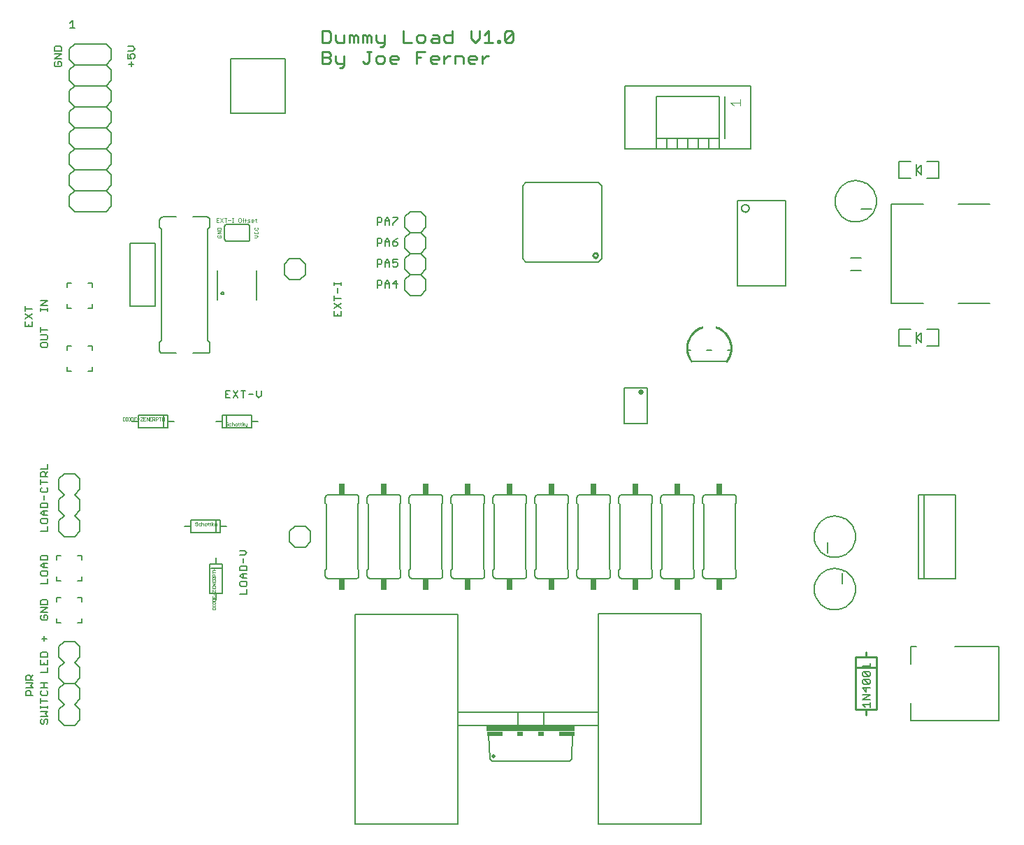
<source format=gto>
G75*
G70*
%OFA0B0*%
%FSLAX24Y24*%
%IPPOS*%
%LPD*%
%AMOC8*
5,1,8,0,0,1.08239X$1,22.5*
%
%ADD10C,0.0060*%
%ADD11C,0.0110*%
%ADD12C,0.0030*%
%ADD13C,0.0100*%
%ADD14C,0.0080*%
%ADD15C,0.0050*%
%ADD16C,0.0040*%
%ADD17C,0.0010*%
%ADD18C,0.0256*%
%ADD19C,0.0200*%
%ADD20R,0.4200X0.0300*%
%ADD21R,0.0750X0.0200*%
%ADD22R,0.0300X0.0200*%
%ADD23R,0.0300X0.0550*%
D10*
X002787Y005181D02*
X002844Y005181D01*
X002901Y005237D01*
X002901Y005351D01*
X002957Y005408D01*
X003014Y005408D01*
X003071Y005351D01*
X003071Y005237D01*
X003014Y005181D01*
X002787Y005181D02*
X002731Y005237D01*
X002731Y005351D01*
X002787Y005408D01*
X002731Y005549D02*
X003071Y005549D01*
X002957Y005663D01*
X003071Y005776D01*
X002731Y005776D01*
X002731Y005917D02*
X002731Y006031D01*
X002731Y005974D02*
X003071Y005974D01*
X003071Y005917D02*
X003071Y006031D01*
X003071Y006276D02*
X002731Y006276D01*
X002731Y006163D02*
X002731Y006390D01*
X002787Y006531D02*
X003014Y006531D01*
X003071Y006588D01*
X003071Y006701D01*
X003014Y006758D01*
X003071Y006900D02*
X002731Y006900D01*
X002787Y006758D02*
X002731Y006701D01*
X002731Y006588D01*
X002787Y006531D01*
X002901Y006900D02*
X002901Y007126D01*
X002731Y007126D02*
X003071Y007126D01*
X003071Y007631D02*
X002731Y007631D01*
X003071Y007631D02*
X003071Y007858D01*
X003071Y007999D02*
X002731Y007999D01*
X002731Y008226D01*
X002731Y008367D02*
X002731Y008538D01*
X002787Y008594D01*
X003014Y008594D01*
X003071Y008538D01*
X003071Y008367D01*
X002731Y008367D01*
X002901Y008113D02*
X002901Y007999D01*
X003071Y007999D02*
X003071Y008226D01*
X002901Y009131D02*
X002901Y009358D01*
X003014Y009244D02*
X002787Y009244D01*
X002787Y010131D02*
X003014Y010131D01*
X003071Y010187D01*
X003071Y010301D01*
X003014Y010358D01*
X002901Y010358D01*
X002901Y010244D01*
X002787Y010131D02*
X002731Y010187D01*
X002731Y010301D01*
X002787Y010358D01*
X002731Y010499D02*
X003071Y010726D01*
X002731Y010726D01*
X002731Y010867D02*
X002731Y011038D01*
X002787Y011094D01*
X003014Y011094D01*
X003071Y011038D01*
X003071Y010867D01*
X002731Y010867D01*
X002731Y010499D02*
X003071Y010499D01*
X003501Y010201D02*
X003501Y010001D01*
X003701Y010001D01*
X004501Y010001D02*
X004701Y010001D01*
X004701Y010201D01*
X004701Y011001D02*
X004701Y011201D01*
X004501Y011201D01*
X003701Y011201D02*
X003501Y011201D01*
X003501Y011001D01*
X003071Y011881D02*
X002731Y011881D01*
X003071Y011881D02*
X003071Y012108D01*
X003014Y012249D02*
X003071Y012306D01*
X003071Y012419D01*
X003014Y012476D01*
X002787Y012476D01*
X002731Y012419D01*
X002731Y012306D01*
X002787Y012249D01*
X003014Y012249D01*
X003071Y012617D02*
X002844Y012617D01*
X002731Y012731D01*
X002844Y012844D01*
X003071Y012844D01*
X003071Y012986D02*
X003071Y013156D01*
X003014Y013213D01*
X002787Y013213D01*
X002731Y013156D01*
X002731Y012986D01*
X003071Y012986D01*
X002901Y012844D02*
X002901Y012617D01*
X003501Y013001D02*
X003501Y013201D01*
X003701Y013201D01*
X004501Y013201D02*
X004701Y013201D01*
X004701Y013001D01*
X004701Y012201D02*
X004701Y012001D01*
X004501Y012001D01*
X003701Y012001D02*
X003501Y012001D01*
X003501Y012201D01*
X003071Y014381D02*
X002731Y014381D01*
X003071Y014381D02*
X003071Y014608D01*
X003014Y014749D02*
X002787Y014749D01*
X002731Y014806D01*
X002731Y014919D01*
X002787Y014976D01*
X003014Y014976D01*
X003071Y014919D01*
X003071Y014806D01*
X003014Y014749D01*
X003071Y015117D02*
X002844Y015117D01*
X002731Y015231D01*
X002844Y015344D01*
X003071Y015344D01*
X003071Y015486D02*
X003071Y015656D01*
X003014Y015713D01*
X002787Y015713D01*
X002731Y015656D01*
X002731Y015486D01*
X003071Y015486D01*
X002901Y015344D02*
X002901Y015117D01*
X002901Y015854D02*
X002901Y016081D01*
X003014Y016222D02*
X002787Y016222D01*
X002731Y016279D01*
X002731Y016392D01*
X002787Y016449D01*
X002731Y016591D02*
X002731Y016817D01*
X002731Y016704D02*
X003071Y016704D01*
X003071Y016959D02*
X002731Y016959D01*
X002731Y017129D01*
X002787Y017186D01*
X002901Y017186D01*
X002957Y017129D01*
X002957Y016959D01*
X002957Y017072D02*
X003071Y017186D01*
X003071Y017327D02*
X003071Y017554D01*
X003071Y017327D02*
X002731Y017327D01*
X003014Y016449D02*
X003071Y016392D01*
X003071Y016279D01*
X003014Y016222D01*
X004001Y022001D02*
X004001Y022201D01*
X004001Y022001D02*
X004201Y022001D01*
X005001Y022001D02*
X005201Y022001D01*
X005201Y022201D01*
X005201Y023001D02*
X005201Y023201D01*
X005001Y023201D01*
X004201Y023201D02*
X004001Y023201D01*
X004001Y023001D01*
X003071Y023187D02*
X003071Y023301D01*
X003014Y023358D01*
X002787Y023358D01*
X002731Y023301D01*
X002731Y023187D01*
X002787Y023131D01*
X003014Y023131D01*
X003071Y023187D01*
X003014Y023499D02*
X002731Y023499D01*
X002731Y023726D02*
X003014Y023726D01*
X003071Y023669D01*
X003071Y023556D01*
X003014Y023499D01*
X002731Y023867D02*
X002731Y024094D01*
X002731Y023981D02*
X003071Y023981D01*
X002321Y024131D02*
X002321Y024358D01*
X002321Y024499D02*
X001981Y024726D01*
X001981Y024867D02*
X001981Y025094D01*
X001981Y024981D02*
X002321Y024981D01*
X002321Y024726D02*
X001981Y024499D01*
X001981Y024358D02*
X001981Y024131D01*
X002321Y024131D01*
X002151Y024131D02*
X002151Y024244D01*
X002731Y024881D02*
X002731Y024994D01*
X002731Y024937D02*
X003071Y024937D01*
X003071Y024881D02*
X003071Y024994D01*
X003071Y025126D02*
X002731Y025126D01*
X003071Y025353D01*
X002731Y025353D01*
X004001Y025201D02*
X004001Y025001D01*
X004201Y025001D01*
X005001Y025001D02*
X005201Y025001D01*
X005201Y025201D01*
X005201Y026001D02*
X005201Y026201D01*
X005001Y026201D01*
X004201Y026201D02*
X004001Y026201D01*
X004001Y026001D01*
X004351Y029601D02*
X005851Y029601D01*
X006101Y029851D01*
X006101Y030351D01*
X005851Y030601D01*
X004351Y030601D01*
X004101Y030851D01*
X004101Y031351D01*
X004351Y031601D01*
X005851Y031601D01*
X006101Y031351D01*
X006101Y030851D01*
X005851Y030601D01*
X005851Y031601D02*
X006101Y031851D01*
X006101Y032351D01*
X005851Y032601D01*
X004351Y032601D01*
X004101Y032351D01*
X004101Y031851D01*
X004351Y031601D01*
X004351Y030601D02*
X004101Y030351D01*
X004101Y029851D01*
X004351Y029601D01*
X004351Y032601D02*
X004101Y032851D01*
X004101Y033351D01*
X004351Y033601D01*
X005851Y033601D01*
X006101Y033351D01*
X006101Y032851D01*
X005851Y032601D01*
X005851Y033601D02*
X006101Y033851D01*
X006101Y034351D01*
X005851Y034601D01*
X004351Y034601D01*
X004101Y034351D01*
X004101Y033851D01*
X004351Y033601D01*
X004351Y034601D02*
X004101Y034851D01*
X004101Y035351D01*
X004351Y035601D01*
X005851Y035601D01*
X006101Y035351D01*
X006101Y034851D01*
X005851Y034601D01*
X005851Y035601D02*
X006101Y035851D01*
X006101Y036351D01*
X005851Y036601D01*
X004351Y036601D01*
X004101Y036351D01*
X004101Y035851D01*
X004351Y035601D01*
X003664Y036526D02*
X003437Y036526D01*
X003381Y036583D01*
X003381Y036696D01*
X003437Y036753D01*
X003551Y036753D02*
X003551Y036639D01*
X003551Y036753D02*
X003664Y036753D01*
X003721Y036696D01*
X003721Y036583D01*
X003664Y036526D01*
X003721Y036894D02*
X003381Y036894D01*
X003721Y037121D01*
X003381Y037121D01*
X003381Y037262D02*
X003381Y037433D01*
X003437Y037489D01*
X003664Y037489D01*
X003721Y037433D01*
X003721Y037262D01*
X003381Y037262D01*
X004101Y037351D02*
X004101Y036851D01*
X004351Y036601D01*
X004101Y037351D02*
X004351Y037601D01*
X005851Y037601D01*
X006101Y037351D01*
X006101Y036851D01*
X005851Y036601D01*
X006881Y036894D02*
X007051Y036894D01*
X006994Y037008D01*
X006994Y037064D01*
X007051Y037121D01*
X007164Y037121D01*
X007221Y037064D01*
X007221Y036951D01*
X007164Y036894D01*
X007051Y036753D02*
X007051Y036526D01*
X007164Y036639D02*
X006937Y036639D01*
X006881Y036894D02*
X006881Y037121D01*
X006881Y037262D02*
X007107Y037262D01*
X007221Y037376D01*
X007107Y037489D01*
X006881Y037489D01*
X004358Y038381D02*
X004131Y038381D01*
X004244Y038381D02*
X004244Y038721D01*
X004131Y038608D01*
X008551Y029351D02*
X009201Y029351D01*
X008551Y029351D02*
X008528Y029349D01*
X008505Y029344D01*
X008483Y029335D01*
X008463Y029322D01*
X008445Y029307D01*
X008430Y029289D01*
X008417Y029269D01*
X008408Y029247D01*
X008403Y029224D01*
X008401Y029201D01*
X008401Y028851D01*
X008501Y028751D01*
X008501Y023451D01*
X008401Y023351D01*
X008401Y023001D01*
X008403Y022978D01*
X008408Y022955D01*
X008417Y022933D01*
X008430Y022913D01*
X008445Y022895D01*
X008463Y022880D01*
X008483Y022867D01*
X008505Y022858D01*
X008528Y022853D01*
X008551Y022851D01*
X009201Y022851D01*
X010001Y022851D02*
X010651Y022851D01*
X010674Y022853D01*
X010697Y022858D01*
X010719Y022867D01*
X010739Y022880D01*
X010757Y022895D01*
X010772Y022913D01*
X010785Y022933D01*
X010794Y022955D01*
X010799Y022978D01*
X010801Y023001D01*
X010801Y023351D01*
X010701Y023451D01*
X010701Y028751D01*
X010801Y028851D01*
X010801Y029201D01*
X010799Y029224D01*
X010794Y029247D01*
X010785Y029269D01*
X010772Y029289D01*
X010757Y029307D01*
X010739Y029322D01*
X010719Y029335D01*
X010697Y029344D01*
X010674Y029349D01*
X010651Y029351D01*
X010001Y029351D01*
X011501Y028901D02*
X011501Y028301D01*
X011503Y028284D01*
X011507Y028267D01*
X011514Y028251D01*
X011524Y028237D01*
X011537Y028224D01*
X011551Y028214D01*
X011567Y028207D01*
X011584Y028203D01*
X011601Y028201D01*
X012601Y028201D01*
X012618Y028203D01*
X012635Y028207D01*
X012651Y028214D01*
X012665Y028224D01*
X012678Y028237D01*
X012688Y028251D01*
X012695Y028267D01*
X012699Y028284D01*
X012701Y028301D01*
X012701Y028901D01*
X012699Y028918D01*
X012695Y028935D01*
X012688Y028951D01*
X012678Y028965D01*
X012665Y028978D01*
X012651Y028988D01*
X012635Y028995D01*
X012618Y028999D01*
X012601Y029001D01*
X011601Y029001D01*
X011584Y028999D01*
X011567Y028995D01*
X011551Y028988D01*
X011537Y028978D01*
X011524Y028965D01*
X011514Y028951D01*
X011507Y028935D01*
X011503Y028918D01*
X011501Y028901D01*
X011171Y026811D02*
X011171Y025391D01*
X013031Y025391D02*
X013031Y026811D01*
X016731Y026217D02*
X016731Y026104D01*
X016731Y026161D02*
X017071Y026161D01*
X017071Y026217D02*
X017071Y026104D01*
X016901Y025963D02*
X016901Y025736D01*
X016731Y025594D02*
X016731Y025367D01*
X016731Y025481D02*
X017071Y025481D01*
X017071Y025226D02*
X016731Y024999D01*
X016731Y024858D02*
X016731Y024631D01*
X017071Y024631D01*
X017071Y024858D01*
X017071Y024999D02*
X016731Y025226D01*
X016901Y024744D02*
X016901Y024631D01*
X018776Y025981D02*
X018776Y026321D01*
X018946Y026321D01*
X019003Y026264D01*
X019003Y026151D01*
X018946Y026094D01*
X018776Y026094D01*
X019144Y026151D02*
X019371Y026151D01*
X019371Y026208D02*
X019371Y025981D01*
X019512Y026151D02*
X019739Y026151D01*
X019683Y025981D02*
X019683Y026321D01*
X019512Y026151D01*
X019371Y026208D02*
X019258Y026321D01*
X019144Y026208D01*
X019144Y025981D01*
X019144Y026981D02*
X019144Y027208D01*
X019258Y027321D01*
X019371Y027208D01*
X019371Y026981D01*
X019512Y027037D02*
X019569Y026981D01*
X019683Y026981D01*
X019739Y027037D01*
X019739Y027151D01*
X019683Y027208D01*
X019626Y027208D01*
X019512Y027151D01*
X019512Y027321D01*
X019739Y027321D01*
X019371Y027151D02*
X019144Y027151D01*
X019003Y027151D02*
X018946Y027094D01*
X018776Y027094D01*
X018776Y026981D02*
X018776Y027321D01*
X018946Y027321D01*
X019003Y027264D01*
X019003Y027151D01*
X019144Y027981D02*
X019144Y028208D01*
X019258Y028321D01*
X019371Y028208D01*
X019371Y027981D01*
X019512Y028037D02*
X019569Y027981D01*
X019683Y027981D01*
X019739Y028037D01*
X019739Y028094D01*
X019683Y028151D01*
X019512Y028151D01*
X019512Y028037D01*
X019512Y028151D02*
X019626Y028264D01*
X019739Y028321D01*
X019371Y028151D02*
X019144Y028151D01*
X019003Y028151D02*
X019003Y028264D01*
X018946Y028321D01*
X018776Y028321D01*
X018776Y027981D01*
X018776Y028094D02*
X018946Y028094D01*
X019003Y028151D01*
X019144Y028981D02*
X019144Y029208D01*
X019258Y029321D01*
X019371Y029208D01*
X019371Y028981D01*
X019512Y028981D02*
X019512Y029037D01*
X019739Y029264D01*
X019739Y029321D01*
X019512Y029321D01*
X019371Y029151D02*
X019144Y029151D01*
X019003Y029151D02*
X018946Y029094D01*
X018776Y029094D01*
X018776Y028981D02*
X018776Y029321D01*
X018946Y029321D01*
X019003Y029264D01*
X019003Y029151D01*
X013239Y021071D02*
X013239Y020844D01*
X013126Y020731D01*
X013012Y020844D01*
X013012Y021071D01*
X012871Y020901D02*
X012644Y020901D01*
X012503Y021071D02*
X012276Y021071D01*
X012389Y021071D02*
X012389Y020731D01*
X012134Y020731D02*
X011908Y021071D01*
X011766Y021071D02*
X011539Y021071D01*
X011539Y020731D01*
X011766Y020731D01*
X011908Y020731D02*
X012134Y021071D01*
X011653Y020901D02*
X011539Y020901D01*
X016451Y016101D02*
X017751Y016101D01*
X017774Y016099D01*
X017797Y016094D01*
X017819Y016085D01*
X017839Y016072D01*
X017857Y016057D01*
X017872Y016039D01*
X017885Y016019D01*
X017894Y015997D01*
X017899Y015974D01*
X017901Y015951D01*
X017901Y015701D01*
X017851Y015651D01*
X017851Y012551D01*
X017901Y012501D01*
X017901Y012251D01*
X017899Y012228D01*
X017894Y012205D01*
X017885Y012183D01*
X017872Y012163D01*
X017857Y012145D01*
X017839Y012130D01*
X017819Y012117D01*
X017797Y012108D01*
X017774Y012103D01*
X017751Y012101D01*
X016451Y012101D01*
X016428Y012103D01*
X016405Y012108D01*
X016383Y012117D01*
X016363Y012130D01*
X016345Y012145D01*
X016330Y012163D01*
X016317Y012183D01*
X016308Y012205D01*
X016303Y012228D01*
X016301Y012251D01*
X016301Y012501D01*
X016351Y012551D01*
X016351Y015651D01*
X016301Y015701D01*
X016301Y015951D01*
X016303Y015974D01*
X016308Y015997D01*
X016317Y016019D01*
X016330Y016039D01*
X016345Y016057D01*
X016363Y016072D01*
X016383Y016085D01*
X016405Y016094D01*
X016428Y016099D01*
X016451Y016101D01*
X018301Y015951D02*
X018301Y015701D01*
X018351Y015651D01*
X018351Y012551D01*
X018301Y012501D01*
X018301Y012251D01*
X018303Y012228D01*
X018308Y012205D01*
X018317Y012183D01*
X018330Y012163D01*
X018345Y012145D01*
X018363Y012130D01*
X018383Y012117D01*
X018405Y012108D01*
X018428Y012103D01*
X018451Y012101D01*
X019751Y012101D01*
X019774Y012103D01*
X019797Y012108D01*
X019819Y012117D01*
X019839Y012130D01*
X019857Y012145D01*
X019872Y012163D01*
X019885Y012183D01*
X019894Y012205D01*
X019899Y012228D01*
X019901Y012251D01*
X019901Y012501D01*
X019851Y012551D01*
X019851Y015651D01*
X019901Y015701D01*
X019901Y015951D01*
X019899Y015974D01*
X019894Y015997D01*
X019885Y016019D01*
X019872Y016039D01*
X019857Y016057D01*
X019839Y016072D01*
X019819Y016085D01*
X019797Y016094D01*
X019774Y016099D01*
X019751Y016101D01*
X018451Y016101D01*
X018428Y016099D01*
X018405Y016094D01*
X018383Y016085D01*
X018363Y016072D01*
X018345Y016057D01*
X018330Y016039D01*
X018317Y016019D01*
X018308Y015997D01*
X018303Y015974D01*
X018301Y015951D01*
X020301Y015951D02*
X020301Y015701D01*
X020351Y015651D01*
X020351Y012551D01*
X020301Y012501D01*
X020301Y012251D01*
X020303Y012228D01*
X020308Y012205D01*
X020317Y012183D01*
X020330Y012163D01*
X020345Y012145D01*
X020363Y012130D01*
X020383Y012117D01*
X020405Y012108D01*
X020428Y012103D01*
X020451Y012101D01*
X021751Y012101D01*
X021774Y012103D01*
X021797Y012108D01*
X021819Y012117D01*
X021839Y012130D01*
X021857Y012145D01*
X021872Y012163D01*
X021885Y012183D01*
X021894Y012205D01*
X021899Y012228D01*
X021901Y012251D01*
X021901Y012501D01*
X021851Y012551D01*
X021851Y015651D01*
X021901Y015701D01*
X021901Y015951D01*
X021899Y015974D01*
X021894Y015997D01*
X021885Y016019D01*
X021872Y016039D01*
X021857Y016057D01*
X021839Y016072D01*
X021819Y016085D01*
X021797Y016094D01*
X021774Y016099D01*
X021751Y016101D01*
X020451Y016101D01*
X020428Y016099D01*
X020405Y016094D01*
X020383Y016085D01*
X020363Y016072D01*
X020345Y016057D01*
X020330Y016039D01*
X020317Y016019D01*
X020308Y015997D01*
X020303Y015974D01*
X020301Y015951D01*
X022301Y015951D02*
X022301Y015701D01*
X022351Y015651D01*
X022351Y012551D01*
X022301Y012501D01*
X022301Y012251D01*
X022303Y012228D01*
X022308Y012205D01*
X022317Y012183D01*
X022330Y012163D01*
X022345Y012145D01*
X022363Y012130D01*
X022383Y012117D01*
X022405Y012108D01*
X022428Y012103D01*
X022451Y012101D01*
X023751Y012101D01*
X023774Y012103D01*
X023797Y012108D01*
X023819Y012117D01*
X023839Y012130D01*
X023857Y012145D01*
X023872Y012163D01*
X023885Y012183D01*
X023894Y012205D01*
X023899Y012228D01*
X023901Y012251D01*
X023901Y012501D01*
X023851Y012551D01*
X023851Y015651D01*
X023901Y015701D01*
X023901Y015951D01*
X023899Y015974D01*
X023894Y015997D01*
X023885Y016019D01*
X023872Y016039D01*
X023857Y016057D01*
X023839Y016072D01*
X023819Y016085D01*
X023797Y016094D01*
X023774Y016099D01*
X023751Y016101D01*
X022451Y016101D01*
X022428Y016099D01*
X022405Y016094D01*
X022383Y016085D01*
X022363Y016072D01*
X022345Y016057D01*
X022330Y016039D01*
X022317Y016019D01*
X022308Y015997D01*
X022303Y015974D01*
X022301Y015951D01*
X024301Y015951D02*
X024301Y015701D01*
X024351Y015651D01*
X024351Y012551D01*
X024301Y012501D01*
X024301Y012251D01*
X024303Y012228D01*
X024308Y012205D01*
X024317Y012183D01*
X024330Y012163D01*
X024345Y012145D01*
X024363Y012130D01*
X024383Y012117D01*
X024405Y012108D01*
X024428Y012103D01*
X024451Y012101D01*
X025751Y012101D01*
X025774Y012103D01*
X025797Y012108D01*
X025819Y012117D01*
X025839Y012130D01*
X025857Y012145D01*
X025872Y012163D01*
X025885Y012183D01*
X025894Y012205D01*
X025899Y012228D01*
X025901Y012251D01*
X025901Y012501D01*
X025851Y012551D01*
X025851Y015651D01*
X025901Y015701D01*
X025901Y015951D01*
X025899Y015974D01*
X025894Y015997D01*
X025885Y016019D01*
X025872Y016039D01*
X025857Y016057D01*
X025839Y016072D01*
X025819Y016085D01*
X025797Y016094D01*
X025774Y016099D01*
X025751Y016101D01*
X024451Y016101D01*
X024428Y016099D01*
X024405Y016094D01*
X024383Y016085D01*
X024363Y016072D01*
X024345Y016057D01*
X024330Y016039D01*
X024317Y016019D01*
X024308Y015997D01*
X024303Y015974D01*
X024301Y015951D01*
X026301Y015951D02*
X026301Y015701D01*
X026351Y015651D01*
X026351Y012551D01*
X026301Y012501D01*
X026301Y012251D01*
X026303Y012228D01*
X026308Y012205D01*
X026317Y012183D01*
X026330Y012163D01*
X026345Y012145D01*
X026363Y012130D01*
X026383Y012117D01*
X026405Y012108D01*
X026428Y012103D01*
X026451Y012101D01*
X027751Y012101D01*
X027774Y012103D01*
X027797Y012108D01*
X027819Y012117D01*
X027839Y012130D01*
X027857Y012145D01*
X027872Y012163D01*
X027885Y012183D01*
X027894Y012205D01*
X027899Y012228D01*
X027901Y012251D01*
X027901Y012501D01*
X027851Y012551D01*
X027851Y015651D01*
X027901Y015701D01*
X027901Y015951D01*
X027899Y015974D01*
X027894Y015997D01*
X027885Y016019D01*
X027872Y016039D01*
X027857Y016057D01*
X027839Y016072D01*
X027819Y016085D01*
X027797Y016094D01*
X027774Y016099D01*
X027751Y016101D01*
X026451Y016101D01*
X026428Y016099D01*
X026405Y016094D01*
X026383Y016085D01*
X026363Y016072D01*
X026345Y016057D01*
X026330Y016039D01*
X026317Y016019D01*
X026308Y015997D01*
X026303Y015974D01*
X026301Y015951D01*
X028301Y015951D02*
X028301Y015701D01*
X028351Y015651D01*
X028351Y012551D01*
X028301Y012501D01*
X028301Y012251D01*
X028303Y012228D01*
X028308Y012205D01*
X028317Y012183D01*
X028330Y012163D01*
X028345Y012145D01*
X028363Y012130D01*
X028383Y012117D01*
X028405Y012108D01*
X028428Y012103D01*
X028451Y012101D01*
X029751Y012101D01*
X029774Y012103D01*
X029797Y012108D01*
X029819Y012117D01*
X029839Y012130D01*
X029857Y012145D01*
X029872Y012163D01*
X029885Y012183D01*
X029894Y012205D01*
X029899Y012228D01*
X029901Y012251D01*
X029901Y012501D01*
X029851Y012551D01*
X029851Y015651D01*
X029901Y015701D01*
X029901Y015951D01*
X029899Y015974D01*
X029894Y015997D01*
X029885Y016019D01*
X029872Y016039D01*
X029857Y016057D01*
X029839Y016072D01*
X029819Y016085D01*
X029797Y016094D01*
X029774Y016099D01*
X029751Y016101D01*
X028451Y016101D01*
X028428Y016099D01*
X028405Y016094D01*
X028383Y016085D01*
X028363Y016072D01*
X028345Y016057D01*
X028330Y016039D01*
X028317Y016019D01*
X028308Y015997D01*
X028303Y015974D01*
X028301Y015951D01*
X030301Y015951D02*
X030301Y015701D01*
X030351Y015651D01*
X030351Y012551D01*
X030301Y012501D01*
X030301Y012251D01*
X030303Y012228D01*
X030308Y012205D01*
X030317Y012183D01*
X030330Y012163D01*
X030345Y012145D01*
X030363Y012130D01*
X030383Y012117D01*
X030405Y012108D01*
X030428Y012103D01*
X030451Y012101D01*
X031751Y012101D01*
X031774Y012103D01*
X031797Y012108D01*
X031819Y012117D01*
X031839Y012130D01*
X031857Y012145D01*
X031872Y012163D01*
X031885Y012183D01*
X031894Y012205D01*
X031899Y012228D01*
X031901Y012251D01*
X031901Y012501D01*
X031851Y012551D01*
X031851Y015651D01*
X031901Y015701D01*
X031901Y015951D01*
X031899Y015974D01*
X031894Y015997D01*
X031885Y016019D01*
X031872Y016039D01*
X031857Y016057D01*
X031839Y016072D01*
X031819Y016085D01*
X031797Y016094D01*
X031774Y016099D01*
X031751Y016101D01*
X030451Y016101D01*
X030428Y016099D01*
X030405Y016094D01*
X030383Y016085D01*
X030363Y016072D01*
X030345Y016057D01*
X030330Y016039D01*
X030317Y016019D01*
X030308Y015997D01*
X030303Y015974D01*
X030301Y015951D01*
X032301Y015951D02*
X032301Y015701D01*
X032351Y015651D01*
X032351Y012551D01*
X032301Y012501D01*
X032301Y012251D01*
X032303Y012228D01*
X032308Y012205D01*
X032317Y012183D01*
X032330Y012163D01*
X032345Y012145D01*
X032363Y012130D01*
X032383Y012117D01*
X032405Y012108D01*
X032428Y012103D01*
X032451Y012101D01*
X033751Y012101D01*
X033774Y012103D01*
X033797Y012108D01*
X033819Y012117D01*
X033839Y012130D01*
X033857Y012145D01*
X033872Y012163D01*
X033885Y012183D01*
X033894Y012205D01*
X033899Y012228D01*
X033901Y012251D01*
X033901Y012501D01*
X033851Y012551D01*
X033851Y015651D01*
X033901Y015701D01*
X033901Y015951D01*
X033899Y015974D01*
X033894Y015997D01*
X033885Y016019D01*
X033872Y016039D01*
X033857Y016057D01*
X033839Y016072D01*
X033819Y016085D01*
X033797Y016094D01*
X033774Y016099D01*
X033751Y016101D01*
X032451Y016101D01*
X032428Y016099D01*
X032405Y016094D01*
X032383Y016085D01*
X032363Y016072D01*
X032345Y016057D01*
X032330Y016039D01*
X032317Y016019D01*
X032308Y015997D01*
X032303Y015974D01*
X032301Y015951D01*
X034301Y015951D02*
X034301Y015701D01*
X034351Y015651D01*
X034351Y012551D01*
X034301Y012501D01*
X034301Y012251D01*
X034303Y012228D01*
X034308Y012205D01*
X034317Y012183D01*
X034330Y012163D01*
X034345Y012145D01*
X034363Y012130D01*
X034383Y012117D01*
X034405Y012108D01*
X034428Y012103D01*
X034451Y012101D01*
X035751Y012101D01*
X035774Y012103D01*
X035797Y012108D01*
X035819Y012117D01*
X035839Y012130D01*
X035857Y012145D01*
X035872Y012163D01*
X035885Y012183D01*
X035894Y012205D01*
X035899Y012228D01*
X035901Y012251D01*
X035901Y012501D01*
X035851Y012551D01*
X035851Y015651D01*
X035901Y015701D01*
X035901Y015951D01*
X035899Y015974D01*
X035894Y015997D01*
X035885Y016019D01*
X035872Y016039D01*
X035857Y016057D01*
X035839Y016072D01*
X035819Y016085D01*
X035797Y016094D01*
X035774Y016099D01*
X035751Y016101D01*
X034451Y016101D01*
X034428Y016099D01*
X034405Y016094D01*
X034383Y016085D01*
X034363Y016072D01*
X034345Y016057D01*
X034330Y016039D01*
X034317Y016019D01*
X034308Y015997D01*
X034303Y015974D01*
X034301Y015951D01*
X035949Y026054D02*
X035949Y030148D01*
X038252Y030148D01*
X038252Y026054D01*
X035949Y026054D01*
X036152Y029764D02*
X036154Y029790D01*
X036160Y029816D01*
X036169Y029841D01*
X036182Y029864D01*
X036198Y029885D01*
X036217Y029903D01*
X036239Y029919D01*
X036262Y029931D01*
X036287Y029939D01*
X036313Y029944D01*
X036340Y029945D01*
X036366Y029942D01*
X036391Y029935D01*
X036416Y029925D01*
X036438Y029911D01*
X036459Y029894D01*
X036476Y029875D01*
X036491Y029853D01*
X036502Y029829D01*
X036510Y029803D01*
X036514Y029777D01*
X036514Y029751D01*
X036510Y029725D01*
X036502Y029699D01*
X036491Y029675D01*
X036476Y029653D01*
X036459Y029634D01*
X036438Y029617D01*
X036416Y029603D01*
X036391Y029593D01*
X036366Y029586D01*
X036340Y029583D01*
X036313Y029584D01*
X036287Y029589D01*
X036262Y029597D01*
X036239Y029609D01*
X036217Y029625D01*
X036198Y029643D01*
X036182Y029664D01*
X036169Y029687D01*
X036160Y029712D01*
X036154Y029738D01*
X036152Y029764D01*
X012571Y013336D02*
X012457Y013449D01*
X012231Y013449D01*
X012231Y013222D02*
X012457Y013222D01*
X012571Y013336D01*
X012401Y013081D02*
X012401Y012854D01*
X012514Y012713D02*
X012287Y012713D01*
X012231Y012656D01*
X012231Y012486D01*
X012571Y012486D01*
X012571Y012656D01*
X012514Y012713D01*
X012571Y012344D02*
X012344Y012344D01*
X012231Y012231D01*
X012344Y012117D01*
X012571Y012117D01*
X012514Y011976D02*
X012571Y011919D01*
X012571Y011806D01*
X012514Y011749D01*
X012287Y011749D01*
X012231Y011806D01*
X012231Y011919D01*
X012287Y011976D01*
X012514Y011976D01*
X012401Y012117D02*
X012401Y012344D01*
X012571Y011608D02*
X012571Y011381D01*
X012231Y011381D01*
X002371Y007494D02*
X002257Y007381D01*
X002257Y007438D02*
X002257Y007267D01*
X002371Y007267D02*
X002031Y007267D01*
X002031Y007438D01*
X002087Y007494D01*
X002201Y007494D01*
X002257Y007438D01*
X002371Y007126D02*
X002031Y007126D01*
X002031Y006899D02*
X002371Y006899D01*
X002257Y007013D01*
X002371Y007126D01*
X002201Y006758D02*
X002257Y006701D01*
X002257Y006531D01*
X002371Y006531D02*
X002031Y006531D01*
X002031Y006701D01*
X002087Y006758D01*
X002201Y006758D01*
X024101Y004651D02*
X024151Y003501D01*
X024251Y003401D01*
X027951Y003401D01*
X028051Y003501D01*
X028101Y004651D01*
D11*
X017096Y036459D02*
X016997Y036459D01*
X017096Y036459D02*
X017194Y036557D01*
X017194Y037049D01*
X017194Y036656D02*
X016899Y036656D01*
X016800Y036754D01*
X016800Y037049D01*
X016549Y037049D02*
X016451Y036951D01*
X016156Y036951D01*
X016451Y036951D02*
X016549Y036853D01*
X016549Y036754D01*
X016451Y036656D01*
X016156Y036656D01*
X016156Y037246D01*
X016451Y037246D01*
X016549Y037148D01*
X016549Y037049D01*
X016451Y037656D02*
X016549Y037754D01*
X016549Y038148D01*
X016451Y038246D01*
X016156Y038246D01*
X016156Y037656D01*
X016451Y037656D01*
X016800Y037754D02*
X016899Y037656D01*
X017194Y037656D01*
X017194Y038049D01*
X017445Y038049D02*
X017543Y038049D01*
X017642Y037951D01*
X017740Y038049D01*
X017839Y037951D01*
X017839Y037656D01*
X017642Y037656D02*
X017642Y037951D01*
X017445Y038049D02*
X017445Y037656D01*
X016800Y037754D02*
X016800Y038049D01*
X018089Y038049D02*
X018089Y037656D01*
X018286Y037656D02*
X018286Y037951D01*
X018385Y038049D01*
X018483Y037951D01*
X018483Y037656D01*
X018734Y037754D02*
X018832Y037656D01*
X019128Y037656D01*
X019128Y037557D02*
X019029Y037459D01*
X018931Y037459D01*
X019128Y037557D02*
X019128Y038049D01*
X018734Y038049D02*
X018734Y037754D01*
X018286Y037951D02*
X018188Y038049D01*
X018089Y038049D01*
X018286Y037246D02*
X018483Y037246D01*
X018385Y037246D02*
X018385Y036754D01*
X018286Y036656D01*
X018188Y036656D01*
X018089Y036754D01*
X018734Y036754D02*
X018832Y036656D01*
X019029Y036656D01*
X019128Y036754D01*
X019128Y036951D01*
X019029Y037049D01*
X018832Y037049D01*
X018734Y036951D01*
X018734Y036754D01*
X019378Y036754D02*
X019378Y036951D01*
X019477Y037049D01*
X019674Y037049D01*
X019772Y036951D01*
X019772Y036853D01*
X019378Y036853D01*
X019378Y036754D02*
X019477Y036656D01*
X019674Y036656D01*
X020667Y036656D02*
X020667Y037246D01*
X021061Y037246D01*
X020864Y036951D02*
X020667Y036951D01*
X021312Y036951D02*
X021410Y037049D01*
X021607Y037049D01*
X021706Y036951D01*
X021706Y036853D01*
X021312Y036853D01*
X021312Y036951D02*
X021312Y036754D01*
X021410Y036656D01*
X021607Y036656D01*
X021957Y036656D02*
X021957Y037049D01*
X021957Y036853D02*
X022153Y037049D01*
X022252Y037049D01*
X022494Y037049D02*
X022789Y037049D01*
X022887Y036951D01*
X022887Y036656D01*
X023138Y036754D02*
X023138Y036951D01*
X023237Y037049D01*
X023433Y037049D01*
X023532Y036951D01*
X023532Y036853D01*
X023138Y036853D01*
X023138Y036754D02*
X023237Y036656D01*
X023433Y036656D01*
X023783Y036656D02*
X023783Y037049D01*
X023783Y036853D02*
X023979Y037049D01*
X024078Y037049D01*
X024087Y037656D02*
X024087Y038246D01*
X023890Y038049D01*
X023639Y037853D02*
X023639Y038246D01*
X023639Y037853D02*
X023442Y037656D01*
X023246Y037853D01*
X023246Y038246D01*
X023890Y037656D02*
X024284Y037656D01*
X024535Y037656D02*
X024633Y037656D01*
X024633Y037754D01*
X024535Y037754D01*
X024535Y037656D01*
X024857Y037754D02*
X025251Y038148D01*
X025251Y037754D01*
X025152Y037656D01*
X024955Y037656D01*
X024857Y037754D01*
X024857Y038148D01*
X024955Y038246D01*
X025152Y038246D01*
X025251Y038148D01*
X022350Y038246D02*
X022350Y037656D01*
X022055Y037656D01*
X021957Y037754D01*
X021957Y037951D01*
X022055Y038049D01*
X022350Y038049D01*
X021706Y037951D02*
X021706Y037656D01*
X021410Y037656D01*
X021312Y037754D01*
X021410Y037853D01*
X021706Y037853D01*
X021706Y037951D02*
X021607Y038049D01*
X021410Y038049D01*
X021061Y037951D02*
X020963Y038049D01*
X020766Y038049D01*
X020667Y037951D01*
X020667Y037754D01*
X020766Y037656D01*
X020963Y037656D01*
X021061Y037754D01*
X021061Y037951D01*
X020417Y037656D02*
X020023Y037656D01*
X020023Y038246D01*
X022494Y037049D02*
X022494Y036656D01*
D12*
X013014Y029229D02*
X012957Y029229D01*
X012985Y029258D02*
X012985Y029144D01*
X013014Y029116D01*
X012886Y029172D02*
X012773Y029172D01*
X012773Y029144D02*
X012773Y029201D01*
X012801Y029229D01*
X012858Y029229D01*
X012886Y029201D01*
X012886Y029172D01*
X012858Y029116D02*
X012801Y029116D01*
X012773Y029144D01*
X012702Y029144D02*
X012674Y029172D01*
X012617Y029172D01*
X012589Y029201D01*
X012617Y029229D01*
X012702Y029229D01*
X012702Y029144D02*
X012674Y029116D01*
X012589Y029116D01*
X012494Y029116D02*
X012494Y029258D01*
X012523Y029286D01*
X012523Y029201D02*
X012466Y029201D01*
X012400Y029201D02*
X012343Y029201D01*
X012372Y029258D02*
X012400Y029286D01*
X012372Y029258D02*
X012372Y029116D01*
X012273Y029144D02*
X012273Y029258D01*
X012244Y029286D01*
X012188Y029286D01*
X012159Y029258D01*
X012159Y029144D01*
X012188Y029116D01*
X012244Y029116D01*
X012273Y029144D01*
X011909Y029116D02*
X011852Y029116D01*
X011881Y029116D02*
X011881Y029286D01*
X011909Y029286D02*
X011852Y029286D01*
X011782Y029201D02*
X011668Y029201D01*
X011597Y029286D02*
X011484Y029286D01*
X011541Y029286D02*
X011541Y029116D01*
X011413Y029116D02*
X011300Y029286D01*
X011229Y029286D02*
X011116Y029286D01*
X011116Y029116D01*
X011229Y029116D01*
X011300Y029116D02*
X011413Y029286D01*
X011172Y029201D02*
X011116Y029201D01*
X011194Y028847D02*
X011166Y028819D01*
X011166Y028734D01*
X011336Y028734D01*
X011336Y028819D01*
X011307Y028847D01*
X011194Y028847D01*
X011166Y028663D02*
X011336Y028663D01*
X011166Y028550D01*
X011336Y028550D01*
X011307Y028479D02*
X011251Y028479D01*
X011251Y028422D01*
X011307Y028366D02*
X011336Y028394D01*
X011336Y028451D01*
X011307Y028479D01*
X011194Y028479D02*
X011166Y028451D01*
X011166Y028394D01*
X011194Y028366D01*
X011307Y028366D01*
X012916Y028366D02*
X013029Y028366D01*
X013086Y028422D01*
X013029Y028479D01*
X012916Y028479D01*
X012944Y028550D02*
X013057Y028550D01*
X013086Y028578D01*
X013086Y028635D01*
X013057Y028663D01*
X013057Y028734D02*
X013086Y028762D01*
X013086Y028819D01*
X013057Y028847D01*
X013057Y028734D02*
X012944Y028734D01*
X012916Y028762D01*
X012916Y028819D01*
X012944Y028847D01*
X012944Y028663D02*
X012916Y028635D01*
X012916Y028578D01*
X012944Y028550D01*
D13*
X029065Y027526D02*
X029067Y027546D01*
X029072Y027566D01*
X029082Y027584D01*
X029094Y027601D01*
X029109Y027615D01*
X029127Y027625D01*
X029146Y027633D01*
X029166Y027637D01*
X029186Y027637D01*
X029206Y027633D01*
X029225Y027625D01*
X029243Y027615D01*
X029258Y027601D01*
X029270Y027584D01*
X029280Y027566D01*
X029285Y027546D01*
X029287Y027526D01*
X029285Y027506D01*
X029280Y027486D01*
X029270Y027468D01*
X029258Y027451D01*
X029243Y027437D01*
X029225Y027427D01*
X029206Y027419D01*
X029186Y027415D01*
X029166Y027415D01*
X029146Y027419D01*
X029127Y027427D01*
X029109Y027437D01*
X029094Y027451D01*
X029082Y027468D01*
X029072Y027486D01*
X029067Y027506D01*
X029065Y027526D01*
X041601Y008351D02*
X042101Y008351D01*
X042101Y008601D01*
X042101Y008351D02*
X042601Y008351D01*
X042601Y007851D01*
X041601Y007851D01*
X041601Y005851D01*
X042101Y005851D01*
X042101Y005601D01*
X042101Y005851D02*
X042601Y005851D01*
X042601Y007851D01*
X041601Y007851D02*
X041601Y008351D01*
D14*
X004351Y005101D02*
X003851Y005101D01*
X003601Y005351D01*
X003601Y005851D01*
X003851Y006101D01*
X003601Y006351D01*
X003601Y006851D01*
X003851Y007101D01*
X004351Y007101D01*
X004601Y006851D01*
X004601Y006351D01*
X004351Y006101D01*
X004601Y005851D01*
X004601Y005351D01*
X004351Y005101D01*
X004351Y007101D02*
X003851Y007101D01*
X003601Y007351D01*
X003601Y007851D01*
X003851Y008101D01*
X003601Y008351D01*
X003601Y008851D01*
X003851Y009101D01*
X004351Y009101D01*
X004601Y008851D01*
X004601Y008351D01*
X004351Y008101D01*
X004601Y007851D01*
X004601Y007351D01*
X004351Y007101D01*
X010801Y011401D02*
X010801Y012801D01*
X011101Y012801D01*
X011101Y013101D01*
X011101Y012801D02*
X011401Y012801D01*
X011401Y011401D01*
X011101Y011401D01*
X011101Y011101D01*
X011101Y011401D02*
X010801Y011401D01*
X010851Y012601D02*
X011351Y012601D01*
X011301Y014301D02*
X009901Y014301D01*
X009901Y014601D01*
X009601Y014601D01*
X009901Y014601D02*
X009901Y014901D01*
X011301Y014901D01*
X011301Y014601D01*
X011601Y014601D01*
X011301Y014601D02*
X011301Y014301D01*
X011101Y014351D02*
X011101Y014851D01*
X014601Y014351D02*
X014601Y013851D01*
X014851Y013601D01*
X015351Y013601D01*
X015601Y013851D01*
X015601Y014351D01*
X015351Y014601D01*
X014851Y014601D01*
X014601Y014351D01*
X012801Y019301D02*
X011401Y019301D01*
X011401Y019601D01*
X011101Y019601D01*
X011401Y019601D02*
X011401Y019901D01*
X012801Y019901D01*
X012801Y019601D01*
X013101Y019601D01*
X012801Y019601D02*
X012801Y019301D01*
X011601Y019351D02*
X011601Y019851D01*
X009101Y019601D02*
X008801Y019601D01*
X008801Y019301D01*
X007401Y019301D01*
X007401Y019601D01*
X007101Y019601D01*
X007401Y019601D02*
X007401Y019901D01*
X008801Y019901D01*
X008801Y019601D01*
X008601Y019351D02*
X008601Y019851D01*
X004601Y016851D02*
X004601Y016351D01*
X004351Y016101D01*
X004601Y015851D01*
X004601Y015351D01*
X004351Y015101D01*
X004601Y014851D01*
X004601Y014351D01*
X004351Y014101D01*
X003851Y014101D01*
X003601Y014351D01*
X003601Y014851D01*
X003851Y015101D01*
X003601Y015351D01*
X003601Y015851D01*
X003851Y016101D01*
X003601Y016351D01*
X003601Y016851D01*
X003851Y017101D01*
X004351Y017101D01*
X004601Y016851D01*
X011334Y025711D02*
X011336Y025726D01*
X011342Y025739D01*
X011351Y025751D01*
X011362Y025760D01*
X011376Y025766D01*
X011391Y025768D01*
X011406Y025766D01*
X011419Y025760D01*
X011431Y025751D01*
X011440Y025740D01*
X011446Y025726D01*
X011448Y025711D01*
X011446Y025696D01*
X011440Y025683D01*
X011431Y025671D01*
X011420Y025662D01*
X011406Y025656D01*
X011391Y025654D01*
X011376Y025656D01*
X011363Y025662D01*
X011351Y025671D01*
X011342Y025682D01*
X011336Y025696D01*
X011334Y025711D01*
X014351Y026601D02*
X014601Y026351D01*
X015101Y026351D01*
X015351Y026601D01*
X015351Y027101D01*
X015101Y027351D01*
X014601Y027351D01*
X014351Y027101D01*
X014351Y026601D01*
X020101Y026851D02*
X020351Y026601D01*
X020101Y026351D01*
X020101Y025851D01*
X020351Y025601D01*
X020851Y025601D01*
X021101Y025851D01*
X021101Y026351D01*
X020851Y026601D01*
X020351Y026601D01*
X020851Y026601D01*
X021101Y026851D01*
X021101Y027351D01*
X020851Y027601D01*
X020351Y027601D01*
X020101Y027351D01*
X020101Y026851D01*
X020351Y027601D02*
X020851Y027601D01*
X021101Y027851D01*
X021101Y028351D01*
X020851Y028601D01*
X020351Y028601D01*
X020101Y028351D01*
X020101Y027851D01*
X020351Y027601D01*
X020351Y028601D02*
X020851Y028601D01*
X021101Y028851D01*
X021101Y029351D01*
X020851Y029601D01*
X020351Y029601D01*
X020101Y029351D01*
X020101Y028851D01*
X020351Y028601D01*
X025711Y027369D02*
X025711Y030833D01*
X025869Y030991D01*
X029333Y030991D01*
X029491Y030833D01*
X029491Y027369D01*
X029333Y027211D01*
X025869Y027211D01*
X025711Y027369D01*
X030550Y021197D02*
X031652Y021197D01*
X031652Y019504D01*
X030550Y019504D01*
X030550Y021197D01*
X033556Y023001D02*
X033714Y023001D01*
X033776Y022451D02*
X035425Y022451D01*
X035488Y023001D02*
X035646Y023001D01*
X034714Y023001D02*
X034488Y023001D01*
X041351Y026801D02*
X041851Y026801D01*
X041851Y027401D02*
X041351Y027401D01*
X043302Y025239D02*
X044837Y025239D01*
X044994Y023994D02*
X045546Y023994D01*
X045546Y023207D01*
X044994Y023207D01*
X044719Y023365D02*
X044719Y023837D01*
X044483Y023601D01*
X044719Y023365D01*
X044483Y023325D02*
X044483Y023601D01*
X044483Y023876D01*
X044207Y023994D02*
X043656Y023994D01*
X043656Y023207D01*
X044207Y023207D01*
X043302Y025239D02*
X043302Y029963D01*
X044837Y029963D01*
X044994Y031207D02*
X045546Y031207D01*
X045546Y031994D01*
X044994Y031994D01*
X044719Y031837D02*
X044483Y031601D01*
X044719Y031365D01*
X044719Y031837D01*
X044483Y031876D02*
X044483Y031601D01*
X044483Y031325D01*
X044207Y031207D02*
X043656Y031207D01*
X043656Y031994D01*
X044207Y031994D01*
X046491Y029963D02*
X047987Y029963D01*
X042355Y029739D02*
X041855Y029739D01*
X040617Y030101D02*
X040619Y030163D01*
X040625Y030226D01*
X040635Y030287D01*
X040649Y030348D01*
X040666Y030408D01*
X040687Y030467D01*
X040713Y030524D01*
X040741Y030579D01*
X040773Y030633D01*
X040809Y030684D01*
X040847Y030734D01*
X040889Y030780D01*
X040933Y030824D01*
X040981Y030865D01*
X041030Y030903D01*
X041082Y030937D01*
X041136Y030968D01*
X041192Y030996D01*
X041250Y031020D01*
X041309Y031041D01*
X041369Y031057D01*
X041430Y031070D01*
X041492Y031079D01*
X041554Y031084D01*
X041617Y031085D01*
X041679Y031082D01*
X041741Y031075D01*
X041803Y031064D01*
X041863Y031049D01*
X041923Y031031D01*
X041981Y031009D01*
X042038Y030983D01*
X042093Y030953D01*
X042146Y030920D01*
X042197Y030884D01*
X042245Y030845D01*
X042291Y030802D01*
X042334Y030757D01*
X042374Y030709D01*
X042411Y030659D01*
X042445Y030606D01*
X042476Y030552D01*
X042502Y030496D01*
X042526Y030438D01*
X042545Y030378D01*
X042561Y030318D01*
X042573Y030256D01*
X042581Y030195D01*
X042585Y030132D01*
X042585Y030070D01*
X042581Y030007D01*
X042573Y029946D01*
X042561Y029884D01*
X042545Y029824D01*
X042526Y029764D01*
X042502Y029706D01*
X042476Y029650D01*
X042445Y029596D01*
X042411Y029543D01*
X042374Y029493D01*
X042334Y029445D01*
X042291Y029400D01*
X042245Y029357D01*
X042197Y029318D01*
X042146Y029282D01*
X042093Y029249D01*
X042038Y029219D01*
X041981Y029193D01*
X041923Y029171D01*
X041863Y029153D01*
X041803Y029138D01*
X041741Y029127D01*
X041679Y029120D01*
X041617Y029117D01*
X041554Y029118D01*
X041492Y029123D01*
X041430Y029132D01*
X041369Y029145D01*
X041309Y029161D01*
X041250Y029182D01*
X041192Y029206D01*
X041136Y029234D01*
X041082Y029265D01*
X041030Y029299D01*
X040981Y029337D01*
X040933Y029378D01*
X040889Y029422D01*
X040847Y029468D01*
X040809Y029518D01*
X040773Y029569D01*
X040741Y029623D01*
X040713Y029678D01*
X040687Y029735D01*
X040666Y029794D01*
X040649Y029854D01*
X040635Y029915D01*
X040625Y029976D01*
X040619Y030039D01*
X040617Y030101D01*
X035351Y033101D02*
X035351Y035101D01*
X035101Y035101D02*
X035101Y033101D01*
X034601Y033101D01*
X034101Y033101D01*
X033601Y033101D01*
X033101Y033101D01*
X032601Y033101D01*
X032101Y033101D01*
X032101Y035101D01*
X035101Y035101D01*
X046491Y025239D02*
X047987Y025239D01*
X046351Y016101D02*
X044851Y016101D01*
X044851Y012101D01*
X044601Y012101D01*
X044601Y016101D01*
X044851Y016101D01*
X046351Y016101D02*
X046351Y012101D01*
X044851Y012101D01*
X044483Y008872D02*
X044207Y008872D01*
X044207Y008046D01*
X046333Y008872D02*
X048420Y008872D01*
X048420Y005329D01*
X044207Y005329D01*
X044207Y006156D01*
X039617Y011601D02*
X039619Y011663D01*
X039625Y011726D01*
X039635Y011787D01*
X039649Y011848D01*
X039666Y011908D01*
X039687Y011967D01*
X039713Y012024D01*
X039741Y012079D01*
X039773Y012133D01*
X039809Y012184D01*
X039847Y012234D01*
X039889Y012280D01*
X039933Y012324D01*
X039981Y012365D01*
X040030Y012403D01*
X040082Y012437D01*
X040136Y012468D01*
X040192Y012496D01*
X040250Y012520D01*
X040309Y012541D01*
X040369Y012557D01*
X040430Y012570D01*
X040492Y012579D01*
X040554Y012584D01*
X040617Y012585D01*
X040679Y012582D01*
X040741Y012575D01*
X040803Y012564D01*
X040863Y012549D01*
X040923Y012531D01*
X040981Y012509D01*
X041038Y012483D01*
X041093Y012453D01*
X041146Y012420D01*
X041197Y012384D01*
X041245Y012345D01*
X041291Y012302D01*
X041334Y012257D01*
X041374Y012209D01*
X041411Y012159D01*
X041445Y012106D01*
X041476Y012052D01*
X041502Y011996D01*
X041526Y011938D01*
X041545Y011878D01*
X041561Y011818D01*
X041573Y011756D01*
X041581Y011695D01*
X041585Y011632D01*
X041585Y011570D01*
X041581Y011507D01*
X041573Y011446D01*
X041561Y011384D01*
X041545Y011324D01*
X041526Y011264D01*
X041502Y011206D01*
X041476Y011150D01*
X041445Y011096D01*
X041411Y011043D01*
X041374Y010993D01*
X041334Y010945D01*
X041291Y010900D01*
X041245Y010857D01*
X041197Y010818D01*
X041146Y010782D01*
X041093Y010749D01*
X041038Y010719D01*
X040981Y010693D01*
X040923Y010671D01*
X040863Y010653D01*
X040803Y010638D01*
X040741Y010627D01*
X040679Y010620D01*
X040617Y010617D01*
X040554Y010618D01*
X040492Y010623D01*
X040430Y010632D01*
X040369Y010645D01*
X040309Y010661D01*
X040250Y010682D01*
X040192Y010706D01*
X040136Y010734D01*
X040082Y010765D01*
X040030Y010799D01*
X039981Y010837D01*
X039933Y010878D01*
X039889Y010922D01*
X039847Y010968D01*
X039809Y011018D01*
X039773Y011069D01*
X039741Y011123D01*
X039713Y011178D01*
X039687Y011235D01*
X039666Y011294D01*
X039649Y011354D01*
X039635Y011415D01*
X039625Y011476D01*
X039619Y011539D01*
X039617Y011601D01*
X040963Y011855D02*
X040963Y012355D01*
X040239Y013347D02*
X040239Y013847D01*
X039617Y014101D02*
X039619Y014163D01*
X039625Y014226D01*
X039635Y014287D01*
X039649Y014348D01*
X039666Y014408D01*
X039687Y014467D01*
X039713Y014524D01*
X039741Y014579D01*
X039773Y014633D01*
X039809Y014684D01*
X039847Y014734D01*
X039889Y014780D01*
X039933Y014824D01*
X039981Y014865D01*
X040030Y014903D01*
X040082Y014937D01*
X040136Y014968D01*
X040192Y014996D01*
X040250Y015020D01*
X040309Y015041D01*
X040369Y015057D01*
X040430Y015070D01*
X040492Y015079D01*
X040554Y015084D01*
X040617Y015085D01*
X040679Y015082D01*
X040741Y015075D01*
X040803Y015064D01*
X040863Y015049D01*
X040923Y015031D01*
X040981Y015009D01*
X041038Y014983D01*
X041093Y014953D01*
X041146Y014920D01*
X041197Y014884D01*
X041245Y014845D01*
X041291Y014802D01*
X041334Y014757D01*
X041374Y014709D01*
X041411Y014659D01*
X041445Y014606D01*
X041476Y014552D01*
X041502Y014496D01*
X041526Y014438D01*
X041545Y014378D01*
X041561Y014318D01*
X041573Y014256D01*
X041581Y014195D01*
X041585Y014132D01*
X041585Y014070D01*
X041581Y014007D01*
X041573Y013946D01*
X041561Y013884D01*
X041545Y013824D01*
X041526Y013764D01*
X041502Y013706D01*
X041476Y013650D01*
X041445Y013596D01*
X041411Y013543D01*
X041374Y013493D01*
X041334Y013445D01*
X041291Y013400D01*
X041245Y013357D01*
X041197Y013318D01*
X041146Y013282D01*
X041093Y013249D01*
X041038Y013219D01*
X040981Y013193D01*
X040923Y013171D01*
X040863Y013153D01*
X040803Y013138D01*
X040741Y013127D01*
X040679Y013120D01*
X040617Y013117D01*
X040554Y013118D01*
X040492Y013123D01*
X040430Y013132D01*
X040369Y013145D01*
X040309Y013161D01*
X040250Y013182D01*
X040192Y013206D01*
X040136Y013234D01*
X040082Y013265D01*
X040030Y013299D01*
X039981Y013337D01*
X039933Y013378D01*
X039889Y013422D01*
X039847Y013468D01*
X039809Y013518D01*
X039773Y013569D01*
X039741Y013623D01*
X039713Y013678D01*
X039687Y013735D01*
X039666Y013794D01*
X039649Y013854D01*
X039635Y013915D01*
X039625Y013976D01*
X039619Y014039D01*
X039617Y014101D01*
D15*
X034233Y010419D02*
X029329Y010419D01*
X029326Y010410D02*
X029326Y000410D01*
X029326Y000413D02*
X029326Y000385D01*
X029326Y000413D02*
X034229Y000413D01*
X034228Y000410D02*
X034228Y010410D01*
X029326Y005719D02*
X022625Y005719D01*
X022625Y005101D02*
X029326Y005101D01*
X026726Y005101D02*
X026726Y005719D01*
X025476Y005719D02*
X025476Y005101D01*
X022625Y000410D02*
X022625Y010410D01*
X022625Y010404D02*
X022625Y010394D01*
X022625Y010404D02*
X017732Y010404D01*
X017724Y010410D02*
X017724Y000410D01*
X017722Y000404D02*
X017722Y000394D01*
X017722Y000404D02*
X022616Y000404D01*
X041926Y006093D02*
X042276Y006093D01*
X042276Y006209D02*
X042276Y005976D01*
X042042Y005976D02*
X041926Y006093D01*
X041926Y006344D02*
X042276Y006578D01*
X041926Y006578D01*
X042101Y006712D02*
X041926Y006888D01*
X042276Y006888D01*
X042101Y006946D02*
X042101Y006712D01*
X042217Y007081D02*
X041984Y007081D01*
X041926Y007139D01*
X041926Y007256D01*
X041984Y007314D01*
X042217Y007081D01*
X042276Y007139D01*
X042276Y007256D01*
X042217Y007314D01*
X041984Y007314D01*
X041984Y007449D02*
X041926Y007507D01*
X041926Y007624D01*
X041984Y007683D01*
X042217Y007449D01*
X042276Y007507D01*
X042276Y007624D01*
X042217Y007683D01*
X041984Y007683D01*
X042042Y007817D02*
X041926Y007934D01*
X042276Y007934D01*
X042276Y007817D02*
X042276Y008051D01*
X042217Y007449D02*
X041984Y007449D01*
X041926Y006344D02*
X042276Y006344D01*
X036601Y032601D02*
X035101Y032601D01*
X035101Y033101D01*
X034601Y033101D02*
X034601Y032601D01*
X034101Y032601D01*
X034101Y033101D01*
X033601Y033101D02*
X033601Y032601D01*
X033101Y032601D01*
X033101Y033101D01*
X032601Y033101D02*
X032601Y032601D01*
X032101Y032601D01*
X032101Y033101D01*
X032101Y032601D02*
X030601Y032601D01*
X030601Y035601D01*
X036601Y035601D01*
X036601Y032601D01*
X035101Y032601D02*
X034601Y032601D01*
X034101Y032601D02*
X033601Y032601D01*
X033101Y032601D02*
X032601Y032601D01*
X014401Y034301D02*
X014401Y036901D01*
X011801Y036901D01*
X011801Y034301D01*
X014401Y034301D01*
X008201Y028101D02*
X007001Y028101D01*
X007001Y025101D01*
X008201Y025101D01*
X008201Y028101D01*
D16*
X035620Y034814D02*
X036081Y034814D01*
X036081Y034967D02*
X036081Y034660D01*
X035774Y034660D02*
X035620Y034814D01*
D17*
X035456Y022434D02*
X035401Y022477D01*
X035437Y022526D01*
X035471Y022577D01*
X035500Y022631D01*
X035527Y022686D01*
X035551Y022742D01*
X035570Y022800D01*
X035587Y022859D01*
X035600Y022919D01*
X035609Y022979D01*
X035614Y023040D01*
X035616Y023102D01*
X035614Y023163D01*
X035609Y023224D01*
X035599Y023284D01*
X035586Y023344D01*
X035570Y023403D01*
X035550Y023461D01*
X035527Y023517D01*
X035500Y023572D01*
X035470Y023626D01*
X035437Y023677D01*
X035401Y023726D01*
X035361Y023773D01*
X035320Y023818D01*
X035275Y023860D01*
X035228Y023899D01*
X035179Y023935D01*
X035128Y023969D01*
X035074Y023999D01*
X035019Y024026D01*
X034963Y024049D01*
X034905Y024069D01*
X034925Y024136D01*
X034926Y024136D01*
X034987Y024115D01*
X035048Y024090D01*
X035107Y024061D01*
X035164Y024029D01*
X035218Y023993D01*
X035271Y023954D01*
X035321Y023912D01*
X035369Y023867D01*
X035414Y023820D01*
X035456Y023770D01*
X035494Y023717D01*
X035530Y023662D01*
X035562Y023605D01*
X035591Y023546D01*
X035616Y023486D01*
X035637Y023424D01*
X035654Y023361D01*
X035668Y023297D01*
X035678Y023232D01*
X035684Y023167D01*
X035686Y023101D01*
X035684Y023036D01*
X035678Y022971D01*
X035668Y022906D01*
X035655Y022842D01*
X035637Y022779D01*
X035616Y022717D01*
X035591Y022657D01*
X035562Y022598D01*
X035530Y022541D01*
X035495Y022486D01*
X035456Y022433D01*
X035449Y022439D01*
X035487Y022491D01*
X035523Y022546D01*
X035554Y022602D01*
X035583Y022661D01*
X035608Y022721D01*
X035629Y022782D01*
X035646Y022844D01*
X035660Y022908D01*
X035669Y022972D01*
X035675Y023037D01*
X035677Y023101D01*
X035675Y023166D01*
X035669Y023231D01*
X035659Y023295D01*
X035646Y023359D01*
X035628Y023421D01*
X035607Y023482D01*
X035582Y023542D01*
X035554Y023601D01*
X035522Y023657D01*
X035487Y023712D01*
X035449Y023764D01*
X035407Y023814D01*
X035363Y023861D01*
X035315Y023906D01*
X035266Y023947D01*
X035213Y023986D01*
X035159Y024021D01*
X035102Y024053D01*
X035044Y024081D01*
X034984Y024106D01*
X034923Y024128D01*
X034920Y024119D01*
X034981Y024098D01*
X035041Y024073D01*
X035098Y024045D01*
X035154Y024013D01*
X035208Y023978D01*
X035260Y023940D01*
X035309Y023899D01*
X035356Y023855D01*
X035400Y023808D01*
X035441Y023758D01*
X035480Y023707D01*
X035514Y023653D01*
X035546Y023596D01*
X035574Y023539D01*
X035599Y023479D01*
X035620Y023418D01*
X035637Y023356D01*
X035650Y023293D01*
X035660Y023230D01*
X035666Y023166D01*
X035668Y023102D01*
X035666Y023037D01*
X035660Y022973D01*
X035651Y022910D01*
X035637Y022847D01*
X035620Y022785D01*
X035599Y022724D01*
X035575Y022664D01*
X035546Y022606D01*
X035515Y022550D01*
X035480Y022496D01*
X035442Y022444D01*
X035435Y022450D01*
X035473Y022501D01*
X035507Y022555D01*
X035539Y022611D01*
X035566Y022668D01*
X035591Y022727D01*
X035611Y022787D01*
X035628Y022849D01*
X035642Y022911D01*
X035651Y022974D01*
X035657Y023038D01*
X035659Y023102D01*
X035657Y023165D01*
X035651Y023229D01*
X035642Y023292D01*
X035628Y023354D01*
X035611Y023416D01*
X035590Y023476D01*
X035566Y023535D01*
X035538Y023592D01*
X035507Y023648D01*
X035472Y023701D01*
X035434Y023753D01*
X035394Y023802D01*
X035350Y023848D01*
X035303Y023892D01*
X035255Y023933D01*
X035203Y023971D01*
X035150Y024006D01*
X035094Y024037D01*
X035037Y024065D01*
X034978Y024090D01*
X034918Y024110D01*
X034915Y024102D01*
X034975Y024081D01*
X035033Y024057D01*
X035090Y024029D01*
X035145Y023998D01*
X035198Y023963D01*
X035249Y023926D01*
X035298Y023885D01*
X035344Y023842D01*
X035387Y023796D01*
X035427Y023747D01*
X035465Y023696D01*
X035499Y023643D01*
X035530Y023588D01*
X035558Y023531D01*
X035582Y023473D01*
X035603Y023413D01*
X035620Y023352D01*
X035633Y023290D01*
X035642Y023228D01*
X035648Y023165D01*
X035650Y023102D01*
X035648Y023038D01*
X035642Y022975D01*
X035633Y022913D01*
X035620Y022851D01*
X035603Y022790D01*
X035582Y022730D01*
X035558Y022672D01*
X035531Y022615D01*
X035500Y022560D01*
X035465Y022507D01*
X035428Y022456D01*
X035421Y022461D01*
X035458Y022512D01*
X035492Y022564D01*
X035523Y022619D01*
X035550Y022675D01*
X035574Y022733D01*
X035594Y022793D01*
X035611Y022853D01*
X035624Y022914D01*
X035634Y022976D01*
X035639Y023039D01*
X035641Y023102D01*
X035639Y023164D01*
X035633Y023227D01*
X035624Y023289D01*
X035611Y023350D01*
X035594Y023410D01*
X035573Y023470D01*
X035550Y023528D01*
X035522Y023584D01*
X035491Y023639D01*
X035457Y023691D01*
X035420Y023742D01*
X035380Y023790D01*
X035337Y023836D01*
X035292Y023879D01*
X035243Y023919D01*
X035193Y023956D01*
X035140Y023990D01*
X035086Y024021D01*
X035030Y024049D01*
X034972Y024073D01*
X034912Y024093D01*
X034910Y024085D01*
X034968Y024064D01*
X035026Y024040D01*
X035082Y024013D01*
X035136Y023982D01*
X035188Y023949D01*
X035238Y023912D01*
X035286Y023872D01*
X035331Y023829D01*
X035373Y023784D01*
X035413Y023736D01*
X035450Y023686D01*
X035484Y023634D01*
X035514Y023580D01*
X035541Y023524D01*
X035565Y023466D01*
X035585Y023408D01*
X035602Y023348D01*
X035615Y023287D01*
X035624Y023226D01*
X035630Y023164D01*
X035632Y023102D01*
X035630Y023039D01*
X035625Y022978D01*
X035615Y022916D01*
X035602Y022855D01*
X035586Y022795D01*
X035565Y022737D01*
X035542Y022679D01*
X035515Y022623D01*
X035484Y022569D01*
X035451Y022517D01*
X035414Y022467D01*
X035407Y022472D01*
X035443Y022522D01*
X035476Y022574D01*
X035507Y022627D01*
X035534Y022683D01*
X035557Y022740D01*
X035577Y022798D01*
X035594Y022857D01*
X035606Y022918D01*
X035616Y022979D01*
X035621Y023040D01*
X035623Y023102D01*
X035621Y023163D01*
X035616Y023224D01*
X035606Y023285D01*
X035593Y023346D01*
X035577Y023405D01*
X035557Y023463D01*
X035533Y023520D01*
X035506Y023576D01*
X035476Y023629D01*
X035443Y023681D01*
X035406Y023731D01*
X035367Y023778D01*
X035324Y023823D01*
X035280Y023865D01*
X035232Y023905D01*
X035183Y023941D01*
X035131Y023975D01*
X035078Y024005D01*
X035022Y024032D01*
X034965Y024056D01*
X034907Y024076D01*
X034277Y024136D02*
X034297Y024069D01*
X034239Y024049D01*
X034183Y024026D01*
X034128Y023999D01*
X034075Y023969D01*
X034023Y023935D01*
X033974Y023899D01*
X033927Y023860D01*
X033883Y023818D01*
X033841Y023773D01*
X033801Y023726D01*
X033765Y023677D01*
X033732Y023626D01*
X033702Y023572D01*
X033675Y023517D01*
X033652Y023461D01*
X033632Y023403D01*
X033616Y023344D01*
X033603Y023284D01*
X033593Y023224D01*
X033588Y023163D01*
X033586Y023102D01*
X033588Y023040D01*
X033593Y022979D01*
X033602Y022919D01*
X033615Y022859D01*
X033632Y022800D01*
X033651Y022742D01*
X033675Y022686D01*
X033702Y022631D01*
X033731Y022577D01*
X033765Y022526D01*
X033801Y022477D01*
X033746Y022434D01*
X033746Y022433D01*
X033707Y022486D01*
X033672Y022541D01*
X033640Y022598D01*
X033611Y022657D01*
X033586Y022717D01*
X033565Y022779D01*
X033547Y022842D01*
X033534Y022906D01*
X033524Y022971D01*
X033518Y023036D01*
X033516Y023102D01*
X033518Y023167D01*
X033524Y023232D01*
X033534Y023297D01*
X033548Y023361D01*
X033565Y023424D01*
X033586Y023486D01*
X033611Y023546D01*
X033640Y023605D01*
X033672Y023662D01*
X033708Y023717D01*
X033746Y023770D01*
X033788Y023820D01*
X033833Y023867D01*
X033881Y023912D01*
X033931Y023954D01*
X033984Y023993D01*
X034038Y024029D01*
X034095Y024061D01*
X034154Y024090D01*
X034215Y024115D01*
X034276Y024136D01*
X034279Y024128D01*
X034218Y024106D01*
X034158Y024081D01*
X034100Y024053D01*
X034043Y024021D01*
X033989Y023986D01*
X033936Y023947D01*
X033887Y023906D01*
X033839Y023861D01*
X033795Y023814D01*
X033754Y023764D01*
X033715Y023712D01*
X033680Y023657D01*
X033648Y023601D01*
X033620Y023542D01*
X033595Y023482D01*
X033574Y023421D01*
X033556Y023359D01*
X033543Y023295D01*
X033533Y023231D01*
X033527Y023166D01*
X033525Y023102D01*
X033527Y023037D01*
X033533Y022972D01*
X033542Y022908D01*
X033556Y022844D01*
X033573Y022782D01*
X033594Y022721D01*
X033619Y022661D01*
X033648Y022602D01*
X033679Y022546D01*
X033714Y022491D01*
X033753Y022439D01*
X033760Y022444D01*
X033722Y022496D01*
X033687Y022550D01*
X033656Y022606D01*
X033627Y022664D01*
X033603Y022724D01*
X033582Y022785D01*
X033565Y022847D01*
X033551Y022910D01*
X033542Y022973D01*
X033536Y023037D01*
X033534Y023102D01*
X033536Y023166D01*
X033542Y023230D01*
X033552Y023293D01*
X033565Y023356D01*
X033582Y023418D01*
X033603Y023479D01*
X033628Y023539D01*
X033656Y023596D01*
X033688Y023653D01*
X033722Y023707D01*
X033761Y023758D01*
X033802Y023808D01*
X033846Y023855D01*
X033893Y023899D01*
X033942Y023940D01*
X033994Y023978D01*
X034048Y024013D01*
X034104Y024045D01*
X034161Y024073D01*
X034221Y024098D01*
X034282Y024119D01*
X034284Y024110D01*
X034224Y024090D01*
X034165Y024065D01*
X034108Y024037D01*
X034052Y024006D01*
X033999Y023971D01*
X033947Y023933D01*
X033899Y023892D01*
X033852Y023848D01*
X033808Y023802D01*
X033768Y023753D01*
X033730Y023701D01*
X033695Y023648D01*
X033664Y023592D01*
X033636Y023535D01*
X033612Y023476D01*
X033591Y023416D01*
X033574Y023354D01*
X033560Y023292D01*
X033551Y023229D01*
X033545Y023165D01*
X033543Y023102D01*
X033545Y023038D01*
X033551Y022974D01*
X033560Y022911D01*
X033573Y022849D01*
X033591Y022787D01*
X033611Y022727D01*
X033636Y022668D01*
X033663Y022611D01*
X033695Y022555D01*
X033729Y022501D01*
X033767Y022450D01*
X033774Y022456D01*
X033737Y022507D01*
X033702Y022560D01*
X033671Y022615D01*
X033644Y022672D01*
X033620Y022730D01*
X033599Y022790D01*
X033582Y022851D01*
X033569Y022913D01*
X033560Y022975D01*
X033554Y023038D01*
X033552Y023102D01*
X033554Y023165D01*
X033560Y023228D01*
X033569Y023290D01*
X033582Y023352D01*
X033599Y023413D01*
X033620Y023473D01*
X033644Y023531D01*
X033672Y023588D01*
X033703Y023643D01*
X033737Y023696D01*
X033775Y023747D01*
X033815Y023796D01*
X033858Y023842D01*
X033904Y023885D01*
X033953Y023926D01*
X034004Y023963D01*
X034057Y023998D01*
X034112Y024029D01*
X034169Y024057D01*
X034227Y024081D01*
X034287Y024102D01*
X034290Y024093D01*
X034230Y024073D01*
X034173Y024049D01*
X034116Y024021D01*
X034062Y023990D01*
X034009Y023956D01*
X033959Y023919D01*
X033910Y023879D01*
X033865Y023836D01*
X033822Y023790D01*
X033782Y023742D01*
X033745Y023691D01*
X033711Y023639D01*
X033680Y023584D01*
X033652Y023528D01*
X033629Y023470D01*
X033608Y023410D01*
X033591Y023350D01*
X033578Y023289D01*
X033569Y023227D01*
X033563Y023164D01*
X033561Y023102D01*
X033563Y023039D01*
X033568Y022976D01*
X033578Y022914D01*
X033591Y022853D01*
X033608Y022793D01*
X033628Y022733D01*
X033652Y022675D01*
X033679Y022619D01*
X033710Y022564D01*
X033744Y022512D01*
X033781Y022461D01*
X033788Y022467D01*
X033751Y022517D01*
X033718Y022569D01*
X033687Y022623D01*
X033660Y022679D01*
X033637Y022737D01*
X033616Y022795D01*
X033600Y022855D01*
X033587Y022916D01*
X033577Y022978D01*
X033572Y023039D01*
X033570Y023102D01*
X033572Y023164D01*
X033578Y023226D01*
X033587Y023287D01*
X033600Y023348D01*
X033617Y023408D01*
X033637Y023466D01*
X033661Y023524D01*
X033688Y023580D01*
X033718Y023634D01*
X033752Y023686D01*
X033789Y023736D01*
X033829Y023784D01*
X033871Y023829D01*
X033916Y023872D01*
X033964Y023912D01*
X034014Y023949D01*
X034066Y023982D01*
X034120Y024013D01*
X034176Y024040D01*
X034234Y024064D01*
X034292Y024085D01*
X034295Y024076D01*
X034237Y024056D01*
X034180Y024032D01*
X034125Y024005D01*
X034071Y023975D01*
X034019Y023941D01*
X033970Y023905D01*
X033922Y023865D01*
X033878Y023823D01*
X033835Y023778D01*
X033796Y023731D01*
X033760Y023681D01*
X033726Y023629D01*
X033696Y023576D01*
X033669Y023520D01*
X033645Y023463D01*
X033625Y023405D01*
X033609Y023346D01*
X033596Y023285D01*
X033586Y023225D01*
X033581Y023163D01*
X033579Y023102D01*
X033581Y023040D01*
X033586Y022979D01*
X033596Y022918D01*
X033608Y022857D01*
X033625Y022798D01*
X033645Y022740D01*
X033668Y022683D01*
X033695Y022627D01*
X033725Y022574D01*
X033759Y022522D01*
X033795Y022472D01*
X012564Y019506D02*
X012564Y019381D01*
X012539Y019356D01*
X012514Y019356D01*
X012489Y019406D02*
X012564Y019406D01*
X012489Y019406D02*
X012464Y019431D01*
X012464Y019506D01*
X012416Y019506D02*
X012341Y019456D01*
X012416Y019406D01*
X012341Y019406D02*
X012341Y019556D01*
X012293Y019506D02*
X012243Y019506D01*
X012268Y019531D02*
X012268Y019431D01*
X012293Y019406D01*
X012195Y019406D02*
X012170Y019431D01*
X012170Y019531D01*
X012145Y019506D02*
X012195Y019506D01*
X012098Y019481D02*
X012073Y019506D01*
X012023Y019506D01*
X011998Y019481D01*
X011998Y019431D01*
X012023Y019406D01*
X012073Y019406D01*
X012098Y019431D01*
X012098Y019481D01*
X011951Y019481D02*
X011951Y019406D01*
X011951Y019481D02*
X011925Y019506D01*
X011875Y019506D01*
X011850Y019481D01*
X011803Y019506D02*
X011728Y019506D01*
X011703Y019481D01*
X011703Y019431D01*
X011728Y019406D01*
X011803Y019406D01*
X011850Y019406D02*
X011850Y019556D01*
X011656Y019531D02*
X011631Y019556D01*
X011581Y019556D01*
X011556Y019531D01*
X011556Y019506D01*
X011581Y019481D01*
X011631Y019481D01*
X011656Y019456D01*
X011656Y019431D01*
X011631Y019406D01*
X011581Y019406D01*
X011556Y019431D01*
X008609Y019646D02*
X008609Y019796D01*
X008609Y019721D02*
X008508Y019721D01*
X008508Y019646D02*
X008508Y019796D01*
X008461Y019796D02*
X008361Y019796D01*
X008411Y019796D02*
X008411Y019646D01*
X008314Y019721D02*
X008289Y019696D01*
X008214Y019696D01*
X008214Y019646D02*
X008214Y019796D01*
X008289Y019796D01*
X008314Y019771D01*
X008314Y019721D01*
X008167Y019721D02*
X008141Y019696D01*
X008066Y019696D01*
X008066Y019646D02*
X008066Y019796D01*
X008141Y019796D01*
X008167Y019771D01*
X008167Y019721D01*
X008116Y019696D02*
X008167Y019646D01*
X008019Y019646D02*
X007919Y019646D01*
X007919Y019796D01*
X008019Y019796D01*
X007969Y019721D02*
X007919Y019721D01*
X007872Y019646D02*
X007872Y019796D01*
X007772Y019796D02*
X007872Y019646D01*
X007772Y019646D02*
X007772Y019796D01*
X007725Y019796D02*
X007624Y019796D01*
X007624Y019646D01*
X007725Y019646D01*
X007675Y019721D02*
X007624Y019721D01*
X007577Y019771D02*
X007477Y019671D01*
X007477Y019646D01*
X007577Y019646D01*
X007577Y019771D02*
X007577Y019796D01*
X007477Y019796D01*
X007430Y019721D02*
X007330Y019721D01*
X007283Y019796D02*
X007183Y019796D01*
X007183Y019646D01*
X007283Y019646D01*
X007233Y019721D02*
X007183Y019721D01*
X007135Y019771D02*
X007110Y019796D01*
X007035Y019796D01*
X007035Y019646D01*
X007110Y019646D01*
X007135Y019671D01*
X007135Y019771D01*
X006988Y019771D02*
X006963Y019796D01*
X006913Y019796D01*
X006888Y019771D01*
X006888Y019671D01*
X006913Y019646D01*
X006963Y019646D01*
X006988Y019671D01*
X006988Y019771D01*
X006840Y019796D02*
X006790Y019796D01*
X006815Y019796D02*
X006815Y019646D01*
X006790Y019646D02*
X006840Y019646D01*
X006742Y019671D02*
X006742Y019771D01*
X006717Y019796D01*
X006642Y019796D01*
X006642Y019646D01*
X006717Y019646D01*
X006742Y019671D01*
X010125Y014796D02*
X010100Y014771D01*
X010100Y014746D01*
X010125Y014721D01*
X010175Y014721D01*
X010200Y014696D01*
X010200Y014671D01*
X010175Y014646D01*
X010125Y014646D01*
X010100Y014671D01*
X010125Y014796D02*
X010175Y014796D01*
X010200Y014771D01*
X010247Y014721D02*
X010247Y014671D01*
X010272Y014646D01*
X010347Y014646D01*
X010395Y014646D02*
X010395Y014796D01*
X010420Y014746D02*
X010470Y014746D01*
X010495Y014721D01*
X010495Y014646D01*
X010542Y014671D02*
X010542Y014721D01*
X010567Y014746D01*
X010617Y014746D01*
X010642Y014721D01*
X010642Y014671D01*
X010617Y014646D01*
X010567Y014646D01*
X010542Y014671D01*
X010420Y014746D02*
X010395Y014721D01*
X010347Y014746D02*
X010272Y014746D01*
X010247Y014721D01*
X010689Y014746D02*
X010739Y014746D01*
X010714Y014771D02*
X010714Y014671D01*
X010739Y014646D01*
X010812Y014671D02*
X010837Y014646D01*
X010812Y014671D02*
X010812Y014771D01*
X010787Y014746D02*
X010837Y014746D01*
X010886Y014796D02*
X010886Y014646D01*
X010886Y014696D02*
X010961Y014746D01*
X011008Y014746D02*
X011008Y014671D01*
X011033Y014646D01*
X011108Y014646D01*
X011108Y014621D02*
X011083Y014596D01*
X011058Y014596D01*
X011108Y014621D02*
X011108Y014746D01*
X010961Y014646D02*
X010886Y014696D01*
X010906Y012609D02*
X011056Y012609D01*
X010981Y012609D02*
X010981Y012508D01*
X011056Y012508D02*
X010906Y012508D01*
X010906Y012461D02*
X010906Y012361D01*
X010906Y012411D02*
X011056Y012411D01*
X010981Y012314D02*
X011006Y012289D01*
X011006Y012214D01*
X011056Y012214D02*
X010906Y012214D01*
X010906Y012289D01*
X010931Y012314D01*
X010981Y012314D01*
X010981Y012167D02*
X011006Y012141D01*
X011006Y012066D01*
X011056Y012066D02*
X010906Y012066D01*
X010906Y012141D01*
X010931Y012167D01*
X010981Y012167D01*
X011006Y012116D02*
X011056Y012167D01*
X011056Y012019D02*
X011056Y011919D01*
X010906Y011919D01*
X010906Y012019D01*
X010981Y011969D02*
X010981Y011919D01*
X011056Y011872D02*
X010906Y011872D01*
X010906Y011772D02*
X011056Y011872D01*
X011056Y011772D02*
X010906Y011772D01*
X010906Y011725D02*
X010906Y011624D01*
X011056Y011624D01*
X011056Y011725D01*
X010981Y011675D02*
X010981Y011624D01*
X010931Y011577D02*
X011031Y011477D01*
X011056Y011477D01*
X011056Y011577D01*
X010931Y011577D02*
X010906Y011577D01*
X010906Y011477D01*
X010981Y011430D02*
X010981Y011330D01*
X011056Y011283D02*
X011056Y011183D01*
X010906Y011183D01*
X010906Y011283D01*
X010981Y011233D02*
X010981Y011183D01*
X011031Y011135D02*
X010931Y011135D01*
X010906Y011110D01*
X010906Y011035D01*
X011056Y011035D01*
X011056Y011110D01*
X011031Y011135D01*
X011031Y010988D02*
X010931Y010988D01*
X010906Y010963D01*
X010906Y010913D01*
X010931Y010888D01*
X011031Y010888D01*
X011056Y010913D01*
X011056Y010963D01*
X011031Y010988D01*
X011056Y010840D02*
X011056Y010790D01*
X011056Y010815D02*
X010906Y010815D01*
X010906Y010790D02*
X010906Y010840D01*
X010931Y010742D02*
X010906Y010717D01*
X010906Y010642D01*
X011056Y010642D01*
X011056Y010717D01*
X011031Y010742D01*
X010931Y010742D01*
D18*
X031357Y020991D03*
D19*
X024331Y003641D03*
D20*
X026101Y004951D03*
D21*
X027826Y004701D03*
X024376Y004701D03*
D22*
X025601Y004701D03*
X026601Y004701D03*
D23*
X027101Y011826D03*
X029101Y011826D03*
X031101Y011826D03*
X033101Y011826D03*
X035101Y011826D03*
X035101Y016376D03*
X033101Y016376D03*
X031101Y016376D03*
X029101Y016376D03*
X027101Y016376D03*
X025101Y016376D03*
X023101Y016376D03*
X021101Y016376D03*
X019101Y016376D03*
X017101Y016376D03*
X017101Y011826D03*
X019101Y011826D03*
X021101Y011826D03*
X023101Y011826D03*
X025101Y011826D03*
M02*

</source>
